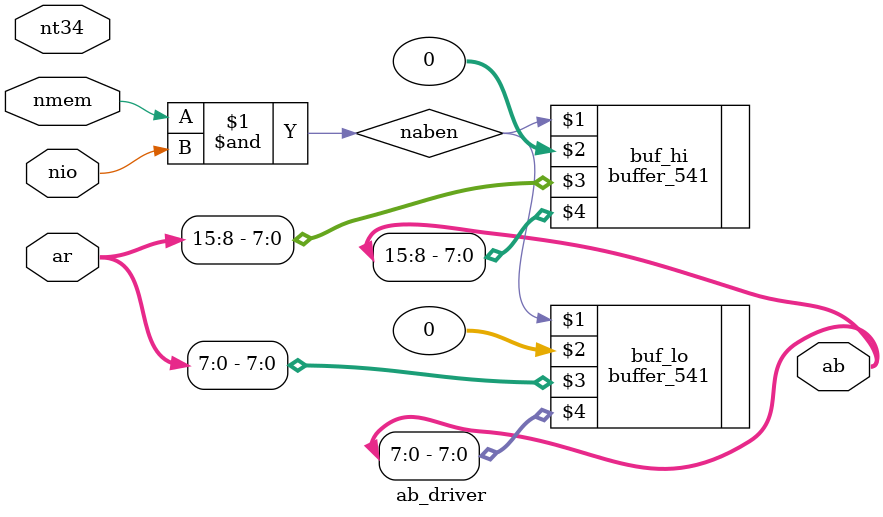
<source format=v>
`ifndef ar_v
`define ar_v

`include "flipflop.v"
`include "demux.v"
`include "comparator.v"
`include "buffer.v"

`timescale 1ns/1ps


// The Address Register. Please note: the console buffers are not
// modelled here.

module reg_ar (ibus, nwar, nreset, ar);
   input [15:0] ibus;
   input 	nwar;
   input 	nreset;
   
   output [15:0] ar;
   
   wire [15:0] 	 ibus, ar;
      
   flipflop_574 ir_lo (ibus[7:0],  ar[7:0],  nwar, 0);
   flipflop_574 ir_hi (ibus[15:8], ar[15:8], nwar, 0);
endmodule // reg_ir


// The SYSDEV# and IODEVn# decoder.

module sysdev_demux (ab, nio, nsysdev, niodev1, niodev2, niodev3);
   input [15:0] ab;
   input 	nio;

   output 	nsysdev;
   output 	niodev1, niodev2, niodev3;

   wire 	cmp;
   wire [7:0] 	y;
   
   comparator_688 syscomp ({ab[15:11], 3'b0}, 8'b00000000, nio, cmp);
   demux_138 sysdemux (1, cmp, 0, ab[10:8], y);

   assign nsysdev = y[0];
   assign niodev1 = y[1];
   assign niodev2 = y[2];
   assign niodev3 = y[3];

endmodule // sysdev_demux


// The Autoindex logic

module ail (ar, nend, naindex);
   input [15:0] ar;
   input 	nend;

   output 	naindex;

   wire [15:0] 	ar;
   wire 	nend;

   wire 	naindex;

   // The comparator matches AR values like 0000_0000_1XXX_XXXX. Note
   // that AR15 is matched using the '688's active low cascade input
   // to allow for 9-bit decoding.
   wire 	nai;
   comparator_688 ailcomp (ar[14:7], 8'b0000_0001, ar[15], nai);

   // The flip-flop registers the value of NAI for the remainded of
   // the instruction (until END# is asserted). We do this because
   // indirect access clobbers the AR mid-instruction and we need the
   // entire microprogram to run with AINDEX# asserted as soon as it's
   // detected (i.e. at the end of the fetch cycle).
   
   wire [3:0] 	q;
   flipflop_112h ailreg (0, 0, 0, nai, nend, , naindex);

endmodule // ail


// The Address Bus Drive Logic. Note: bus hold is not modelled.

module ab_driver (ar, nmem, nio, ab, nt34);
   input [15:0]  ar;
   input 	 nmem, nio, nt34;

   output [15:0] ab;

   wire [15:0] 	 ar, ab;
   wire 	 nmem, nio, naben, naben0, nt34;

   and #9 (naben, nmem, nio);
   //or #27 (naben, naben0, nt34);
   buffer_541 buf_lo (naben, 0, ar[7:0], ab[7:0]);
   buffer_541 buf_hi (naben, 0, ar[15:8], ab[15:8]);
endmodule // ab_driver
   
`endif //  `ifndef ar_v

// End of file

</source>
